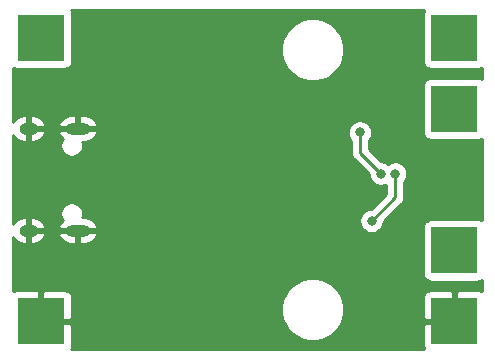
<source format=gbr>
%TF.GenerationSoftware,KiCad,Pcbnew,5.1.12-84ad8e8a86~92~ubuntu20.04.1*%
%TF.CreationDate,2023-02-19T01:27:16+01:00*%
%TF.ProjectId,tp5000_lifepo4_charger,74703530-3030-45f6-9c69-6665706f345f,rev?*%
%TF.SameCoordinates,Original*%
%TF.FileFunction,Copper,L2,Bot*%
%TF.FilePolarity,Positive*%
%FSLAX46Y46*%
G04 Gerber Fmt 4.6, Leading zero omitted, Abs format (unit mm)*
G04 Created by KiCad (PCBNEW 5.1.12-84ad8e8a86~92~ubuntu20.04.1) date 2023-02-19 01:27:16*
%MOMM*%
%LPD*%
G01*
G04 APERTURE LIST*
%TA.AperFunction,ComponentPad*%
%ADD10R,4.000000X4.000000*%
%TD*%
%TA.AperFunction,ComponentPad*%
%ADD11O,1.600000X1.000000*%
%TD*%
%TA.AperFunction,ComponentPad*%
%ADD12O,2.100000X1.000000*%
%TD*%
%TA.AperFunction,ViaPad*%
%ADD13C,0.800000*%
%TD*%
%TA.AperFunction,Conductor*%
%ADD14C,0.250000*%
%TD*%
%TA.AperFunction,Conductor*%
%ADD15C,0.254000*%
%TD*%
%TA.AperFunction,Conductor*%
%ADD16C,0.100000*%
%TD*%
G04 APERTURE END LIST*
D10*
%TO.P,J1,1*%
%TO.N,VIN*%
X86000000Y-110000000D03*
%TD*%
%TO.P,J2,1*%
%TO.N,GND*%
X121000000Y-134000000D03*
%TD*%
%TO.P,J3,1*%
%TO.N,B+*%
X121000000Y-110000000D03*
%TD*%
%TO.P,J4,1*%
%TO.N,GND*%
X86000000Y-134000000D03*
%TD*%
%TO.P,J5,1*%
%TO.N,B+*%
X121000000Y-116000000D03*
%TD*%
%TO.P,J6,1*%
%TO.N,B-*%
X121000000Y-128000000D03*
%TD*%
D11*
%TO.P,P1,S1*%
%TO.N,GND*%
X84950000Y-126320000D03*
X84950000Y-117680000D03*
D12*
X89130000Y-117680000D03*
X89130000Y-126320000D03*
%TD*%
D13*
%TO.N,GND*%
X100750000Y-125000000D03*
X99000000Y-126500000D03*
X97250000Y-123000000D03*
X100500000Y-117000000D03*
X100250000Y-118250000D03*
X102000000Y-115500000D03*
X103500000Y-117000000D03*
X93000000Y-112500000D03*
X91500000Y-114000000D03*
X94500000Y-114000000D03*
X91500000Y-125250000D03*
X103500000Y-130500000D03*
X102000000Y-132000000D03*
X100500000Y-130500000D03*
X108500000Y-128000000D03*
X110000000Y-129250000D03*
X111500000Y-128000000D03*
X114500000Y-130750000D03*
X115500000Y-130750000D03*
X117500000Y-124000000D03*
X120500000Y-124000000D03*
X103000000Y-114250000D03*
%TO.N,B-*%
X114775000Y-121500000D03*
X113000000Y-118000000D03*
%TO.N,Net-(U2-Pad3)*%
X114000000Y-125500000D03*
X116000000Y-121500000D03*
%TD*%
D14*
%TO.N,B-*%
X113000000Y-119725000D02*
X113000000Y-118000000D01*
X114775000Y-121500000D02*
X113000000Y-119725000D01*
%TO.N,Net-(U2-Pad3)*%
X116000000Y-123500000D02*
X116000000Y-121500000D01*
X114000000Y-125500000D02*
X116000000Y-123500000D01*
%TD*%
D15*
%TO.N,GND*%
X118410498Y-107755820D02*
X118374188Y-107875518D01*
X118361928Y-108000000D01*
X118361928Y-112000000D01*
X118374188Y-112124482D01*
X118410498Y-112244180D01*
X118469463Y-112354494D01*
X118548815Y-112451185D01*
X118645506Y-112530537D01*
X118755820Y-112589502D01*
X118875518Y-112625812D01*
X119000000Y-112638072D01*
X123000000Y-112638072D01*
X123124482Y-112625812D01*
X123244180Y-112589502D01*
X123340000Y-112538284D01*
X123340000Y-113461716D01*
X123244180Y-113410498D01*
X123124482Y-113374188D01*
X123000000Y-113361928D01*
X119000000Y-113361928D01*
X118875518Y-113374188D01*
X118755820Y-113410498D01*
X118645506Y-113469463D01*
X118548815Y-113548815D01*
X118469463Y-113645506D01*
X118410498Y-113755820D01*
X118374188Y-113875518D01*
X118361928Y-114000000D01*
X118361928Y-118000000D01*
X118374188Y-118124482D01*
X118410498Y-118244180D01*
X118469463Y-118354494D01*
X118548815Y-118451185D01*
X118645506Y-118530537D01*
X118755820Y-118589502D01*
X118875518Y-118625812D01*
X119000000Y-118638072D01*
X123000000Y-118638072D01*
X123124482Y-118625812D01*
X123244180Y-118589502D01*
X123340000Y-118538284D01*
X123340001Y-125461716D01*
X123244180Y-125410498D01*
X123124482Y-125374188D01*
X123000000Y-125361928D01*
X119000000Y-125361928D01*
X118875518Y-125374188D01*
X118755820Y-125410498D01*
X118645506Y-125469463D01*
X118548815Y-125548815D01*
X118469463Y-125645506D01*
X118410498Y-125755820D01*
X118374188Y-125875518D01*
X118361928Y-126000000D01*
X118361928Y-130000000D01*
X118374188Y-130124482D01*
X118410498Y-130244180D01*
X118469463Y-130354494D01*
X118548815Y-130451185D01*
X118645506Y-130530537D01*
X118755820Y-130589502D01*
X118875518Y-130625812D01*
X119000000Y-130638072D01*
X123000000Y-130638072D01*
X123124482Y-130625812D01*
X123244180Y-130589502D01*
X123340001Y-130538284D01*
X123340001Y-131461716D01*
X123244180Y-131410498D01*
X123124482Y-131374188D01*
X123000000Y-131361928D01*
X121285750Y-131365000D01*
X121127000Y-131523750D01*
X121127000Y-133873000D01*
X121147000Y-133873000D01*
X121147000Y-134127000D01*
X121127000Y-134127000D01*
X121127000Y-134147000D01*
X120873000Y-134147000D01*
X120873000Y-134127000D01*
X118523750Y-134127000D01*
X118365000Y-134285750D01*
X118361928Y-136000000D01*
X118374188Y-136124482D01*
X118410498Y-136244180D01*
X118461716Y-136340000D01*
X88538284Y-136340000D01*
X88589502Y-136244180D01*
X88625812Y-136124482D01*
X88638072Y-136000000D01*
X88635000Y-134285750D01*
X88476250Y-134127000D01*
X86127000Y-134127000D01*
X86127000Y-134147000D01*
X85873000Y-134147000D01*
X85873000Y-134127000D01*
X85853000Y-134127000D01*
X85853000Y-133873000D01*
X85873000Y-133873000D01*
X85873000Y-131523750D01*
X86127000Y-131523750D01*
X86127000Y-133873000D01*
X88476250Y-133873000D01*
X88635000Y-133714250D01*
X88636750Y-132737314D01*
X106332905Y-132737314D01*
X106332905Y-133262686D01*
X106435400Y-133777963D01*
X106636451Y-134263343D01*
X106928332Y-134700174D01*
X107299826Y-135071668D01*
X107736657Y-135363549D01*
X108222037Y-135564600D01*
X108737314Y-135667095D01*
X109262686Y-135667095D01*
X109777963Y-135564600D01*
X110263343Y-135363549D01*
X110700174Y-135071668D01*
X111071668Y-134700174D01*
X111363549Y-134263343D01*
X111564600Y-133777963D01*
X111667095Y-133262686D01*
X111667095Y-132737314D01*
X111564600Y-132222037D01*
X111472630Y-132000000D01*
X118361928Y-132000000D01*
X118365000Y-133714250D01*
X118523750Y-133873000D01*
X120873000Y-133873000D01*
X120873000Y-131523750D01*
X120714250Y-131365000D01*
X119000000Y-131361928D01*
X118875518Y-131374188D01*
X118755820Y-131410498D01*
X118645506Y-131469463D01*
X118548815Y-131548815D01*
X118469463Y-131645506D01*
X118410498Y-131755820D01*
X118374188Y-131875518D01*
X118361928Y-132000000D01*
X111472630Y-132000000D01*
X111363549Y-131736657D01*
X111071668Y-131299826D01*
X110700174Y-130928332D01*
X110263343Y-130636451D01*
X109777963Y-130435400D01*
X109262686Y-130332905D01*
X108737314Y-130332905D01*
X108222037Y-130435400D01*
X107736657Y-130636451D01*
X107299826Y-130928332D01*
X106928332Y-131299826D01*
X106636451Y-131736657D01*
X106435400Y-132222037D01*
X106332905Y-132737314D01*
X88636750Y-132737314D01*
X88638072Y-132000000D01*
X88625812Y-131875518D01*
X88589502Y-131755820D01*
X88530537Y-131645506D01*
X88451185Y-131548815D01*
X88354494Y-131469463D01*
X88244180Y-131410498D01*
X88124482Y-131374188D01*
X88000000Y-131361928D01*
X86285750Y-131365000D01*
X86127000Y-131523750D01*
X85873000Y-131523750D01*
X85714250Y-131365000D01*
X84000000Y-131361928D01*
X83875518Y-131374188D01*
X83755820Y-131410498D01*
X83660000Y-131461716D01*
X83660000Y-126882371D01*
X83757631Y-127032764D01*
X83913831Y-127193161D01*
X84098322Y-127320003D01*
X84304013Y-127408415D01*
X84523000Y-127455000D01*
X84823000Y-127455000D01*
X84823000Y-126447000D01*
X85077000Y-126447000D01*
X85077000Y-127455000D01*
X85377000Y-127455000D01*
X85595987Y-127408415D01*
X85801678Y-127320003D01*
X85986169Y-127193161D01*
X86142369Y-127032764D01*
X86264276Y-126844976D01*
X86344119Y-126621874D01*
X87485881Y-126621874D01*
X87565724Y-126844976D01*
X87687631Y-127032764D01*
X87843831Y-127193161D01*
X88028322Y-127320003D01*
X88234013Y-127408415D01*
X88453000Y-127455000D01*
X89003000Y-127455000D01*
X89003000Y-126447000D01*
X89257000Y-126447000D01*
X89257000Y-127455000D01*
X89807000Y-127455000D01*
X90025987Y-127408415D01*
X90231678Y-127320003D01*
X90416169Y-127193161D01*
X90572369Y-127032764D01*
X90694276Y-126844976D01*
X90774119Y-126621874D01*
X90647954Y-126447000D01*
X89257000Y-126447000D01*
X89003000Y-126447000D01*
X87612046Y-126447000D01*
X87485881Y-126621874D01*
X86344119Y-126621874D01*
X86217954Y-126447000D01*
X85077000Y-126447000D01*
X84823000Y-126447000D01*
X84803000Y-126447000D01*
X84803000Y-126193000D01*
X84823000Y-126193000D01*
X84823000Y-125185000D01*
X85077000Y-125185000D01*
X85077000Y-126193000D01*
X86217954Y-126193000D01*
X86344119Y-126018126D01*
X87485881Y-126018126D01*
X87612046Y-126193000D01*
X89003000Y-126193000D01*
X89003000Y-126173000D01*
X89257000Y-126173000D01*
X89257000Y-126193000D01*
X90647954Y-126193000D01*
X90774119Y-126018126D01*
X90694276Y-125795024D01*
X90572369Y-125607236D01*
X90416169Y-125446839D01*
X90231678Y-125319997D01*
X90025987Y-125231585D01*
X89807000Y-125185000D01*
X89516904Y-125185000D01*
X89523108Y-125170022D01*
X89560000Y-124984552D01*
X89560000Y-124795448D01*
X89523108Y-124609978D01*
X89450741Y-124435269D01*
X89345681Y-124278036D01*
X89211964Y-124144319D01*
X89054731Y-124039259D01*
X88880022Y-123966892D01*
X88694552Y-123930000D01*
X88505448Y-123930000D01*
X88319978Y-123966892D01*
X88145269Y-124039259D01*
X87988036Y-124144319D01*
X87854319Y-124278036D01*
X87749259Y-124435269D01*
X87676892Y-124609978D01*
X87640000Y-124795448D01*
X87640000Y-124984552D01*
X87676892Y-125170022D01*
X87749259Y-125344731D01*
X87828206Y-125462884D01*
X87687631Y-125607236D01*
X87565724Y-125795024D01*
X87485881Y-126018126D01*
X86344119Y-126018126D01*
X86264276Y-125795024D01*
X86142369Y-125607236D01*
X85986169Y-125446839D01*
X85801678Y-125319997D01*
X85595987Y-125231585D01*
X85377000Y-125185000D01*
X85077000Y-125185000D01*
X84823000Y-125185000D01*
X84523000Y-125185000D01*
X84304013Y-125231585D01*
X84098322Y-125319997D01*
X83913831Y-125446839D01*
X83757631Y-125607236D01*
X83660000Y-125757629D01*
X83660000Y-118242371D01*
X83757631Y-118392764D01*
X83913831Y-118553161D01*
X84098322Y-118680003D01*
X84304013Y-118768415D01*
X84523000Y-118815000D01*
X84823000Y-118815000D01*
X84823000Y-117807000D01*
X85077000Y-117807000D01*
X85077000Y-118815000D01*
X85377000Y-118815000D01*
X85595987Y-118768415D01*
X85801678Y-118680003D01*
X85986169Y-118553161D01*
X86142369Y-118392764D01*
X86264276Y-118204976D01*
X86344119Y-117981874D01*
X87485881Y-117981874D01*
X87565724Y-118204976D01*
X87687631Y-118392764D01*
X87828206Y-118537116D01*
X87749259Y-118655269D01*
X87676892Y-118829978D01*
X87640000Y-119015448D01*
X87640000Y-119204552D01*
X87676892Y-119390022D01*
X87749259Y-119564731D01*
X87854319Y-119721964D01*
X87988036Y-119855681D01*
X88145269Y-119960741D01*
X88319978Y-120033108D01*
X88505448Y-120070000D01*
X88694552Y-120070000D01*
X88880022Y-120033108D01*
X89054731Y-119960741D01*
X89211964Y-119855681D01*
X89345681Y-119721964D01*
X89450741Y-119564731D01*
X89523108Y-119390022D01*
X89560000Y-119204552D01*
X89560000Y-119015448D01*
X89523108Y-118829978D01*
X89516904Y-118815000D01*
X89807000Y-118815000D01*
X90025987Y-118768415D01*
X90231678Y-118680003D01*
X90416169Y-118553161D01*
X90572369Y-118392764D01*
X90694276Y-118204976D01*
X90774119Y-117981874D01*
X90713652Y-117898061D01*
X111965000Y-117898061D01*
X111965000Y-118101939D01*
X112004774Y-118301898D01*
X112082795Y-118490256D01*
X112196063Y-118659774D01*
X112240001Y-118703712D01*
X112240000Y-119687677D01*
X112236324Y-119725000D01*
X112240000Y-119762322D01*
X112240000Y-119762332D01*
X112250997Y-119873985D01*
X112277314Y-119960741D01*
X112294454Y-120017246D01*
X112365026Y-120149276D01*
X112404871Y-120197826D01*
X112459999Y-120265001D01*
X112489003Y-120288804D01*
X113740000Y-121539802D01*
X113740000Y-121601939D01*
X113779774Y-121801898D01*
X113857795Y-121990256D01*
X113971063Y-122159774D01*
X114115226Y-122303937D01*
X114284744Y-122417205D01*
X114473102Y-122495226D01*
X114673061Y-122535000D01*
X114876939Y-122535000D01*
X115076898Y-122495226D01*
X115240001Y-122427666D01*
X115240000Y-123185198D01*
X113960199Y-124465000D01*
X113898061Y-124465000D01*
X113698102Y-124504774D01*
X113509744Y-124582795D01*
X113340226Y-124696063D01*
X113196063Y-124840226D01*
X113082795Y-125009744D01*
X113004774Y-125198102D01*
X112965000Y-125398061D01*
X112965000Y-125601939D01*
X113004774Y-125801898D01*
X113082795Y-125990256D01*
X113196063Y-126159774D01*
X113340226Y-126303937D01*
X113509744Y-126417205D01*
X113698102Y-126495226D01*
X113898061Y-126535000D01*
X114101939Y-126535000D01*
X114301898Y-126495226D01*
X114490256Y-126417205D01*
X114659774Y-126303937D01*
X114803937Y-126159774D01*
X114917205Y-125990256D01*
X114995226Y-125801898D01*
X115035000Y-125601939D01*
X115035000Y-125539801D01*
X116511004Y-124063798D01*
X116540001Y-124040001D01*
X116600000Y-123966892D01*
X116634974Y-123924277D01*
X116705546Y-123792247D01*
X116705546Y-123792246D01*
X116749003Y-123648986D01*
X116760000Y-123537333D01*
X116760000Y-123537324D01*
X116763676Y-123500001D01*
X116760000Y-123462678D01*
X116760000Y-122203711D01*
X116803937Y-122159774D01*
X116917205Y-121990256D01*
X116995226Y-121801898D01*
X117035000Y-121601939D01*
X117035000Y-121398061D01*
X116995226Y-121198102D01*
X116917205Y-121009744D01*
X116803937Y-120840226D01*
X116659774Y-120696063D01*
X116490256Y-120582795D01*
X116301898Y-120504774D01*
X116101939Y-120465000D01*
X115898061Y-120465000D01*
X115698102Y-120504774D01*
X115509744Y-120582795D01*
X115387500Y-120664476D01*
X115265256Y-120582795D01*
X115076898Y-120504774D01*
X114876939Y-120465000D01*
X114814802Y-120465000D01*
X113760000Y-119410199D01*
X113760000Y-118703711D01*
X113803937Y-118659774D01*
X113917205Y-118490256D01*
X113995226Y-118301898D01*
X114035000Y-118101939D01*
X114035000Y-117898061D01*
X113995226Y-117698102D01*
X113917205Y-117509744D01*
X113803937Y-117340226D01*
X113659774Y-117196063D01*
X113490256Y-117082795D01*
X113301898Y-117004774D01*
X113101939Y-116965000D01*
X112898061Y-116965000D01*
X112698102Y-117004774D01*
X112509744Y-117082795D01*
X112340226Y-117196063D01*
X112196063Y-117340226D01*
X112082795Y-117509744D01*
X112004774Y-117698102D01*
X111965000Y-117898061D01*
X90713652Y-117898061D01*
X90647954Y-117807000D01*
X89257000Y-117807000D01*
X89257000Y-117827000D01*
X89003000Y-117827000D01*
X89003000Y-117807000D01*
X87612046Y-117807000D01*
X87485881Y-117981874D01*
X86344119Y-117981874D01*
X86217954Y-117807000D01*
X85077000Y-117807000D01*
X84823000Y-117807000D01*
X84803000Y-117807000D01*
X84803000Y-117553000D01*
X84823000Y-117553000D01*
X84823000Y-116545000D01*
X85077000Y-116545000D01*
X85077000Y-117553000D01*
X86217954Y-117553000D01*
X86344119Y-117378126D01*
X87485881Y-117378126D01*
X87612046Y-117553000D01*
X89003000Y-117553000D01*
X89003000Y-116545000D01*
X89257000Y-116545000D01*
X89257000Y-117553000D01*
X90647954Y-117553000D01*
X90774119Y-117378126D01*
X90694276Y-117155024D01*
X90572369Y-116967236D01*
X90416169Y-116806839D01*
X90231678Y-116679997D01*
X90025987Y-116591585D01*
X89807000Y-116545000D01*
X89257000Y-116545000D01*
X89003000Y-116545000D01*
X88453000Y-116545000D01*
X88234013Y-116591585D01*
X88028322Y-116679997D01*
X87843831Y-116806839D01*
X87687631Y-116967236D01*
X87565724Y-117155024D01*
X87485881Y-117378126D01*
X86344119Y-117378126D01*
X86264276Y-117155024D01*
X86142369Y-116967236D01*
X85986169Y-116806839D01*
X85801678Y-116679997D01*
X85595987Y-116591585D01*
X85377000Y-116545000D01*
X85077000Y-116545000D01*
X84823000Y-116545000D01*
X84523000Y-116545000D01*
X84304013Y-116591585D01*
X84098322Y-116679997D01*
X83913831Y-116806839D01*
X83757631Y-116967236D01*
X83660000Y-117117629D01*
X83660000Y-112538284D01*
X83755820Y-112589502D01*
X83875518Y-112625812D01*
X84000000Y-112638072D01*
X88000000Y-112638072D01*
X88124482Y-112625812D01*
X88244180Y-112589502D01*
X88354494Y-112530537D01*
X88451185Y-112451185D01*
X88530537Y-112354494D01*
X88589502Y-112244180D01*
X88625812Y-112124482D01*
X88638072Y-112000000D01*
X88638072Y-110737314D01*
X106332905Y-110737314D01*
X106332905Y-111262686D01*
X106435400Y-111777963D01*
X106636451Y-112263343D01*
X106928332Y-112700174D01*
X107299826Y-113071668D01*
X107736657Y-113363549D01*
X108222037Y-113564600D01*
X108737314Y-113667095D01*
X109262686Y-113667095D01*
X109777963Y-113564600D01*
X110263343Y-113363549D01*
X110700174Y-113071668D01*
X111071668Y-112700174D01*
X111363549Y-112263343D01*
X111564600Y-111777963D01*
X111667095Y-111262686D01*
X111667095Y-110737314D01*
X111564600Y-110222037D01*
X111363549Y-109736657D01*
X111071668Y-109299826D01*
X110700174Y-108928332D01*
X110263343Y-108636451D01*
X109777963Y-108435400D01*
X109262686Y-108332905D01*
X108737314Y-108332905D01*
X108222037Y-108435400D01*
X107736657Y-108636451D01*
X107299826Y-108928332D01*
X106928332Y-109299826D01*
X106636451Y-109736657D01*
X106435400Y-110222037D01*
X106332905Y-110737314D01*
X88638072Y-110737314D01*
X88638072Y-108000000D01*
X88625812Y-107875518D01*
X88589502Y-107755820D01*
X88538284Y-107660000D01*
X118461716Y-107660000D01*
X118410498Y-107755820D01*
%TA.AperFunction,Conductor*%
D16*
G36*
X118410498Y-107755820D02*
G01*
X118374188Y-107875518D01*
X118361928Y-108000000D01*
X118361928Y-112000000D01*
X118374188Y-112124482D01*
X118410498Y-112244180D01*
X118469463Y-112354494D01*
X118548815Y-112451185D01*
X118645506Y-112530537D01*
X118755820Y-112589502D01*
X118875518Y-112625812D01*
X119000000Y-112638072D01*
X123000000Y-112638072D01*
X123124482Y-112625812D01*
X123244180Y-112589502D01*
X123340000Y-112538284D01*
X123340000Y-113461716D01*
X123244180Y-113410498D01*
X123124482Y-113374188D01*
X123000000Y-113361928D01*
X119000000Y-113361928D01*
X118875518Y-113374188D01*
X118755820Y-113410498D01*
X118645506Y-113469463D01*
X118548815Y-113548815D01*
X118469463Y-113645506D01*
X118410498Y-113755820D01*
X118374188Y-113875518D01*
X118361928Y-114000000D01*
X118361928Y-118000000D01*
X118374188Y-118124482D01*
X118410498Y-118244180D01*
X118469463Y-118354494D01*
X118548815Y-118451185D01*
X118645506Y-118530537D01*
X118755820Y-118589502D01*
X118875518Y-118625812D01*
X119000000Y-118638072D01*
X123000000Y-118638072D01*
X123124482Y-118625812D01*
X123244180Y-118589502D01*
X123340000Y-118538284D01*
X123340001Y-125461716D01*
X123244180Y-125410498D01*
X123124482Y-125374188D01*
X123000000Y-125361928D01*
X119000000Y-125361928D01*
X118875518Y-125374188D01*
X118755820Y-125410498D01*
X118645506Y-125469463D01*
X118548815Y-125548815D01*
X118469463Y-125645506D01*
X118410498Y-125755820D01*
X118374188Y-125875518D01*
X118361928Y-126000000D01*
X118361928Y-130000000D01*
X118374188Y-130124482D01*
X118410498Y-130244180D01*
X118469463Y-130354494D01*
X118548815Y-130451185D01*
X118645506Y-130530537D01*
X118755820Y-130589502D01*
X118875518Y-130625812D01*
X119000000Y-130638072D01*
X123000000Y-130638072D01*
X123124482Y-130625812D01*
X123244180Y-130589502D01*
X123340001Y-130538284D01*
X123340001Y-131461716D01*
X123244180Y-131410498D01*
X123124482Y-131374188D01*
X123000000Y-131361928D01*
X121285750Y-131365000D01*
X121127000Y-131523750D01*
X121127000Y-133873000D01*
X121147000Y-133873000D01*
X121147000Y-134127000D01*
X121127000Y-134127000D01*
X121127000Y-134147000D01*
X120873000Y-134147000D01*
X120873000Y-134127000D01*
X118523750Y-134127000D01*
X118365000Y-134285750D01*
X118361928Y-136000000D01*
X118374188Y-136124482D01*
X118410498Y-136244180D01*
X118461716Y-136340000D01*
X88538284Y-136340000D01*
X88589502Y-136244180D01*
X88625812Y-136124482D01*
X88638072Y-136000000D01*
X88635000Y-134285750D01*
X88476250Y-134127000D01*
X86127000Y-134127000D01*
X86127000Y-134147000D01*
X85873000Y-134147000D01*
X85873000Y-134127000D01*
X85853000Y-134127000D01*
X85853000Y-133873000D01*
X85873000Y-133873000D01*
X85873000Y-131523750D01*
X86127000Y-131523750D01*
X86127000Y-133873000D01*
X88476250Y-133873000D01*
X88635000Y-133714250D01*
X88636750Y-132737314D01*
X106332905Y-132737314D01*
X106332905Y-133262686D01*
X106435400Y-133777963D01*
X106636451Y-134263343D01*
X106928332Y-134700174D01*
X107299826Y-135071668D01*
X107736657Y-135363549D01*
X108222037Y-135564600D01*
X108737314Y-135667095D01*
X109262686Y-135667095D01*
X109777963Y-135564600D01*
X110263343Y-135363549D01*
X110700174Y-135071668D01*
X111071668Y-134700174D01*
X111363549Y-134263343D01*
X111564600Y-133777963D01*
X111667095Y-133262686D01*
X111667095Y-132737314D01*
X111564600Y-132222037D01*
X111472630Y-132000000D01*
X118361928Y-132000000D01*
X118365000Y-133714250D01*
X118523750Y-133873000D01*
X120873000Y-133873000D01*
X120873000Y-131523750D01*
X120714250Y-131365000D01*
X119000000Y-131361928D01*
X118875518Y-131374188D01*
X118755820Y-131410498D01*
X118645506Y-131469463D01*
X118548815Y-131548815D01*
X118469463Y-131645506D01*
X118410498Y-131755820D01*
X118374188Y-131875518D01*
X118361928Y-132000000D01*
X111472630Y-132000000D01*
X111363549Y-131736657D01*
X111071668Y-131299826D01*
X110700174Y-130928332D01*
X110263343Y-130636451D01*
X109777963Y-130435400D01*
X109262686Y-130332905D01*
X108737314Y-130332905D01*
X108222037Y-130435400D01*
X107736657Y-130636451D01*
X107299826Y-130928332D01*
X106928332Y-131299826D01*
X106636451Y-131736657D01*
X106435400Y-132222037D01*
X106332905Y-132737314D01*
X88636750Y-132737314D01*
X88638072Y-132000000D01*
X88625812Y-131875518D01*
X88589502Y-131755820D01*
X88530537Y-131645506D01*
X88451185Y-131548815D01*
X88354494Y-131469463D01*
X88244180Y-131410498D01*
X88124482Y-131374188D01*
X88000000Y-131361928D01*
X86285750Y-131365000D01*
X86127000Y-131523750D01*
X85873000Y-131523750D01*
X85714250Y-131365000D01*
X84000000Y-131361928D01*
X83875518Y-131374188D01*
X83755820Y-131410498D01*
X83660000Y-131461716D01*
X83660000Y-126882371D01*
X83757631Y-127032764D01*
X83913831Y-127193161D01*
X84098322Y-127320003D01*
X84304013Y-127408415D01*
X84523000Y-127455000D01*
X84823000Y-127455000D01*
X84823000Y-126447000D01*
X85077000Y-126447000D01*
X85077000Y-127455000D01*
X85377000Y-127455000D01*
X85595987Y-127408415D01*
X85801678Y-127320003D01*
X85986169Y-127193161D01*
X86142369Y-127032764D01*
X86264276Y-126844976D01*
X86344119Y-126621874D01*
X87485881Y-126621874D01*
X87565724Y-126844976D01*
X87687631Y-127032764D01*
X87843831Y-127193161D01*
X88028322Y-127320003D01*
X88234013Y-127408415D01*
X88453000Y-127455000D01*
X89003000Y-127455000D01*
X89003000Y-126447000D01*
X89257000Y-126447000D01*
X89257000Y-127455000D01*
X89807000Y-127455000D01*
X90025987Y-127408415D01*
X90231678Y-127320003D01*
X90416169Y-127193161D01*
X90572369Y-127032764D01*
X90694276Y-126844976D01*
X90774119Y-126621874D01*
X90647954Y-126447000D01*
X89257000Y-126447000D01*
X89003000Y-126447000D01*
X87612046Y-126447000D01*
X87485881Y-126621874D01*
X86344119Y-126621874D01*
X86217954Y-126447000D01*
X85077000Y-126447000D01*
X84823000Y-126447000D01*
X84803000Y-126447000D01*
X84803000Y-126193000D01*
X84823000Y-126193000D01*
X84823000Y-125185000D01*
X85077000Y-125185000D01*
X85077000Y-126193000D01*
X86217954Y-126193000D01*
X86344119Y-126018126D01*
X87485881Y-126018126D01*
X87612046Y-126193000D01*
X89003000Y-126193000D01*
X89003000Y-126173000D01*
X89257000Y-126173000D01*
X89257000Y-126193000D01*
X90647954Y-126193000D01*
X90774119Y-126018126D01*
X90694276Y-125795024D01*
X90572369Y-125607236D01*
X90416169Y-125446839D01*
X90231678Y-125319997D01*
X90025987Y-125231585D01*
X89807000Y-125185000D01*
X89516904Y-125185000D01*
X89523108Y-125170022D01*
X89560000Y-124984552D01*
X89560000Y-124795448D01*
X89523108Y-124609978D01*
X89450741Y-124435269D01*
X89345681Y-124278036D01*
X89211964Y-124144319D01*
X89054731Y-124039259D01*
X88880022Y-123966892D01*
X88694552Y-123930000D01*
X88505448Y-123930000D01*
X88319978Y-123966892D01*
X88145269Y-124039259D01*
X87988036Y-124144319D01*
X87854319Y-124278036D01*
X87749259Y-124435269D01*
X87676892Y-124609978D01*
X87640000Y-124795448D01*
X87640000Y-124984552D01*
X87676892Y-125170022D01*
X87749259Y-125344731D01*
X87828206Y-125462884D01*
X87687631Y-125607236D01*
X87565724Y-125795024D01*
X87485881Y-126018126D01*
X86344119Y-126018126D01*
X86264276Y-125795024D01*
X86142369Y-125607236D01*
X85986169Y-125446839D01*
X85801678Y-125319997D01*
X85595987Y-125231585D01*
X85377000Y-125185000D01*
X85077000Y-125185000D01*
X84823000Y-125185000D01*
X84523000Y-125185000D01*
X84304013Y-125231585D01*
X84098322Y-125319997D01*
X83913831Y-125446839D01*
X83757631Y-125607236D01*
X83660000Y-125757629D01*
X83660000Y-118242371D01*
X83757631Y-118392764D01*
X83913831Y-118553161D01*
X84098322Y-118680003D01*
X84304013Y-118768415D01*
X84523000Y-118815000D01*
X84823000Y-118815000D01*
X84823000Y-117807000D01*
X85077000Y-117807000D01*
X85077000Y-118815000D01*
X85377000Y-118815000D01*
X85595987Y-118768415D01*
X85801678Y-118680003D01*
X85986169Y-118553161D01*
X86142369Y-118392764D01*
X86264276Y-118204976D01*
X86344119Y-117981874D01*
X87485881Y-117981874D01*
X87565724Y-118204976D01*
X87687631Y-118392764D01*
X87828206Y-118537116D01*
X87749259Y-118655269D01*
X87676892Y-118829978D01*
X87640000Y-119015448D01*
X87640000Y-119204552D01*
X87676892Y-119390022D01*
X87749259Y-119564731D01*
X87854319Y-119721964D01*
X87988036Y-119855681D01*
X88145269Y-119960741D01*
X88319978Y-120033108D01*
X88505448Y-120070000D01*
X88694552Y-120070000D01*
X88880022Y-120033108D01*
X89054731Y-119960741D01*
X89211964Y-119855681D01*
X89345681Y-119721964D01*
X89450741Y-119564731D01*
X89523108Y-119390022D01*
X89560000Y-119204552D01*
X89560000Y-119015448D01*
X89523108Y-118829978D01*
X89516904Y-118815000D01*
X89807000Y-118815000D01*
X90025987Y-118768415D01*
X90231678Y-118680003D01*
X90416169Y-118553161D01*
X90572369Y-118392764D01*
X90694276Y-118204976D01*
X90774119Y-117981874D01*
X90713652Y-117898061D01*
X111965000Y-117898061D01*
X111965000Y-118101939D01*
X112004774Y-118301898D01*
X112082795Y-118490256D01*
X112196063Y-118659774D01*
X112240001Y-118703712D01*
X112240000Y-119687677D01*
X112236324Y-119725000D01*
X112240000Y-119762322D01*
X112240000Y-119762332D01*
X112250997Y-119873985D01*
X112277314Y-119960741D01*
X112294454Y-120017246D01*
X112365026Y-120149276D01*
X112404871Y-120197826D01*
X112459999Y-120265001D01*
X112489003Y-120288804D01*
X113740000Y-121539802D01*
X113740000Y-121601939D01*
X113779774Y-121801898D01*
X113857795Y-121990256D01*
X113971063Y-122159774D01*
X114115226Y-122303937D01*
X114284744Y-122417205D01*
X114473102Y-122495226D01*
X114673061Y-122535000D01*
X114876939Y-122535000D01*
X115076898Y-122495226D01*
X115240001Y-122427666D01*
X115240000Y-123185198D01*
X113960199Y-124465000D01*
X113898061Y-124465000D01*
X113698102Y-124504774D01*
X113509744Y-124582795D01*
X113340226Y-124696063D01*
X113196063Y-124840226D01*
X113082795Y-125009744D01*
X113004774Y-125198102D01*
X112965000Y-125398061D01*
X112965000Y-125601939D01*
X113004774Y-125801898D01*
X113082795Y-125990256D01*
X113196063Y-126159774D01*
X113340226Y-126303937D01*
X113509744Y-126417205D01*
X113698102Y-126495226D01*
X113898061Y-126535000D01*
X114101939Y-126535000D01*
X114301898Y-126495226D01*
X114490256Y-126417205D01*
X114659774Y-126303937D01*
X114803937Y-126159774D01*
X114917205Y-125990256D01*
X114995226Y-125801898D01*
X115035000Y-125601939D01*
X115035000Y-125539801D01*
X116511004Y-124063798D01*
X116540001Y-124040001D01*
X116600000Y-123966892D01*
X116634974Y-123924277D01*
X116705546Y-123792247D01*
X116705546Y-123792246D01*
X116749003Y-123648986D01*
X116760000Y-123537333D01*
X116760000Y-123537324D01*
X116763676Y-123500001D01*
X116760000Y-123462678D01*
X116760000Y-122203711D01*
X116803937Y-122159774D01*
X116917205Y-121990256D01*
X116995226Y-121801898D01*
X117035000Y-121601939D01*
X117035000Y-121398061D01*
X116995226Y-121198102D01*
X116917205Y-121009744D01*
X116803937Y-120840226D01*
X116659774Y-120696063D01*
X116490256Y-120582795D01*
X116301898Y-120504774D01*
X116101939Y-120465000D01*
X115898061Y-120465000D01*
X115698102Y-120504774D01*
X115509744Y-120582795D01*
X115387500Y-120664476D01*
X115265256Y-120582795D01*
X115076898Y-120504774D01*
X114876939Y-120465000D01*
X114814802Y-120465000D01*
X113760000Y-119410199D01*
X113760000Y-118703711D01*
X113803937Y-118659774D01*
X113917205Y-118490256D01*
X113995226Y-118301898D01*
X114035000Y-118101939D01*
X114035000Y-117898061D01*
X113995226Y-117698102D01*
X113917205Y-117509744D01*
X113803937Y-117340226D01*
X113659774Y-117196063D01*
X113490256Y-117082795D01*
X113301898Y-117004774D01*
X113101939Y-116965000D01*
X112898061Y-116965000D01*
X112698102Y-117004774D01*
X112509744Y-117082795D01*
X112340226Y-117196063D01*
X112196063Y-117340226D01*
X112082795Y-117509744D01*
X112004774Y-117698102D01*
X111965000Y-117898061D01*
X90713652Y-117898061D01*
X90647954Y-117807000D01*
X89257000Y-117807000D01*
X89257000Y-117827000D01*
X89003000Y-117827000D01*
X89003000Y-117807000D01*
X87612046Y-117807000D01*
X87485881Y-117981874D01*
X86344119Y-117981874D01*
X86217954Y-117807000D01*
X85077000Y-117807000D01*
X84823000Y-117807000D01*
X84803000Y-117807000D01*
X84803000Y-117553000D01*
X84823000Y-117553000D01*
X84823000Y-116545000D01*
X85077000Y-116545000D01*
X85077000Y-117553000D01*
X86217954Y-117553000D01*
X86344119Y-117378126D01*
X87485881Y-117378126D01*
X87612046Y-117553000D01*
X89003000Y-117553000D01*
X89003000Y-116545000D01*
X89257000Y-116545000D01*
X89257000Y-117553000D01*
X90647954Y-117553000D01*
X90774119Y-117378126D01*
X90694276Y-117155024D01*
X90572369Y-116967236D01*
X90416169Y-116806839D01*
X90231678Y-116679997D01*
X90025987Y-116591585D01*
X89807000Y-116545000D01*
X89257000Y-116545000D01*
X89003000Y-116545000D01*
X88453000Y-116545000D01*
X88234013Y-116591585D01*
X88028322Y-116679997D01*
X87843831Y-116806839D01*
X87687631Y-116967236D01*
X87565724Y-117155024D01*
X87485881Y-117378126D01*
X86344119Y-117378126D01*
X86264276Y-117155024D01*
X86142369Y-116967236D01*
X85986169Y-116806839D01*
X85801678Y-116679997D01*
X85595987Y-116591585D01*
X85377000Y-116545000D01*
X85077000Y-116545000D01*
X84823000Y-116545000D01*
X84523000Y-116545000D01*
X84304013Y-116591585D01*
X84098322Y-116679997D01*
X83913831Y-116806839D01*
X83757631Y-116967236D01*
X83660000Y-117117629D01*
X83660000Y-112538284D01*
X83755820Y-112589502D01*
X83875518Y-112625812D01*
X84000000Y-112638072D01*
X88000000Y-112638072D01*
X88124482Y-112625812D01*
X88244180Y-112589502D01*
X88354494Y-112530537D01*
X88451185Y-112451185D01*
X88530537Y-112354494D01*
X88589502Y-112244180D01*
X88625812Y-112124482D01*
X88638072Y-112000000D01*
X88638072Y-110737314D01*
X106332905Y-110737314D01*
X106332905Y-111262686D01*
X106435400Y-111777963D01*
X106636451Y-112263343D01*
X106928332Y-112700174D01*
X107299826Y-113071668D01*
X107736657Y-113363549D01*
X108222037Y-113564600D01*
X108737314Y-113667095D01*
X109262686Y-113667095D01*
X109777963Y-113564600D01*
X110263343Y-113363549D01*
X110700174Y-113071668D01*
X111071668Y-112700174D01*
X111363549Y-112263343D01*
X111564600Y-111777963D01*
X111667095Y-111262686D01*
X111667095Y-110737314D01*
X111564600Y-110222037D01*
X111363549Y-109736657D01*
X111071668Y-109299826D01*
X110700174Y-108928332D01*
X110263343Y-108636451D01*
X109777963Y-108435400D01*
X109262686Y-108332905D01*
X108737314Y-108332905D01*
X108222037Y-108435400D01*
X107736657Y-108636451D01*
X107299826Y-108928332D01*
X106928332Y-109299826D01*
X106636451Y-109736657D01*
X106435400Y-110222037D01*
X106332905Y-110737314D01*
X88638072Y-110737314D01*
X88638072Y-108000000D01*
X88625812Y-107875518D01*
X88589502Y-107755820D01*
X88538284Y-107660000D01*
X118461716Y-107660000D01*
X118410498Y-107755820D01*
G37*
%TD.AperFunction*%
%TD*%
M02*

</source>
